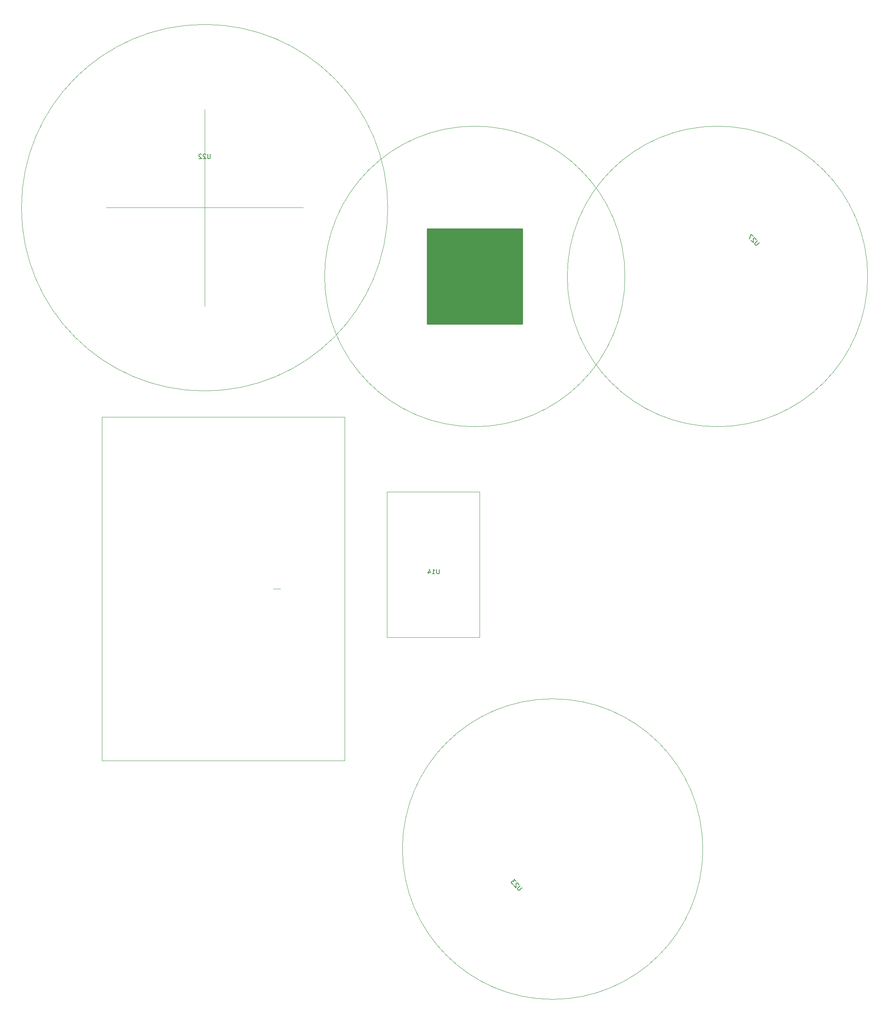
<source format=gbr>
%TF.GenerationSoftware,KiCad,Pcbnew,5.1.6-c6e7f7d~87~ubuntu19.10.1*%
%TF.CreationDate,2020-10-16T11:06:17+02:00*%
%TF.ProjectId,ariadne,61726961-646e-4652-9e6b-696361645f70,rev?*%
%TF.SameCoordinates,Original*%
%TF.FileFunction,Legend,Bot*%
%TF.FilePolarity,Positive*%
%FSLAX46Y46*%
G04 Gerber Fmt 4.6, Leading zero omitted, Abs format (unit mm)*
G04 Created by KiCad (PCBNEW 5.1.6-c6e7f7d~87~ubuntu19.10.1) date 2020-10-16 11:06:17*
%MOMM*%
%LPD*%
G01*
G04 APERTURE LIST*
%ADD10C,0.120000*%
%ADD11C,0.150000*%
%ADD12C,0.254000*%
G04 APERTURE END LIST*
D10*
%TO.C,U23*%
X217799999Y-207000000D02*
G75*
G03*
X217799999Y-207000000I-32799999J0D01*
G01*
%TO.C,U22*%
X109000000Y-88500000D02*
X109000000Y-45500000D01*
X87500000Y-67000000D02*
X130500000Y-67000000D01*
X149000000Y-67000000D02*
G75*
G03*
X149000000Y-67000000I-40000000J0D01*
G01*
%TO.C,U19*%
X200799999Y-82000000D02*
G75*
G03*
X200799999Y-82000000I-32799999J0D01*
G01*
%TO.C,U27*%
X253799999Y-82000000D02*
G75*
G03*
X253799999Y-82000000I-32799999J0D01*
G01*
%TO.C,U11*%
X86550000Y-112700000D02*
X139550000Y-112700000D01*
X86550000Y-187700000D02*
X139550000Y-187700000D01*
X125496000Y-150200000D02*
X123972000Y-150200000D01*
X139550000Y-187700000D02*
X139550000Y-112700000D01*
X86550000Y-187700000D02*
X86550000Y-112700000D01*
%TO.C,U14*%
X169075000Y-160800000D02*
X169075000Y-129000000D01*
X148775000Y-129000000D02*
X148775000Y-160800000D01*
X148775000Y-160800000D02*
X169075000Y-160800000D01*
X148775000Y-129000000D02*
X169075000Y-129000000D01*
%TO.C,U23*%
D11*
X178360065Y-215390865D02*
X177787645Y-215963285D01*
X177686630Y-215996956D01*
X177619287Y-215996956D01*
X177518271Y-215963285D01*
X177383584Y-215828598D01*
X177349913Y-215727582D01*
X177349913Y-215660239D01*
X177383584Y-215559224D01*
X177956004Y-214986804D01*
X177585615Y-214751102D02*
X177585615Y-214683758D01*
X177551943Y-214582743D01*
X177383584Y-214414384D01*
X177282569Y-214380712D01*
X177215226Y-214380712D01*
X177114210Y-214414384D01*
X177046867Y-214481728D01*
X176979523Y-214616415D01*
X176979523Y-215424537D01*
X176541791Y-214986804D01*
X177013195Y-214043995D02*
X176575462Y-213606262D01*
X176541791Y-214111338D01*
X176440775Y-214010323D01*
X176339760Y-213976651D01*
X176272417Y-213976651D01*
X176171401Y-214010323D01*
X176003043Y-214178682D01*
X175969371Y-214279697D01*
X175969371Y-214347041D01*
X176003043Y-214448056D01*
X176205073Y-214650086D01*
X176306088Y-214683758D01*
X176373432Y-214683758D01*
%TO.C,U22*%
X110238095Y-55276380D02*
X110238095Y-56085904D01*
X110190476Y-56181142D01*
X110142857Y-56228761D01*
X110047619Y-56276380D01*
X109857142Y-56276380D01*
X109761904Y-56228761D01*
X109714285Y-56181142D01*
X109666666Y-56085904D01*
X109666666Y-55276380D01*
X109238095Y-55371619D02*
X109190476Y-55324000D01*
X109095238Y-55276380D01*
X108857142Y-55276380D01*
X108761904Y-55324000D01*
X108714285Y-55371619D01*
X108666666Y-55466857D01*
X108666666Y-55562095D01*
X108714285Y-55704952D01*
X109285714Y-56276380D01*
X108666666Y-56276380D01*
X108285714Y-55371619D02*
X108238095Y-55324000D01*
X108142857Y-55276380D01*
X107904761Y-55276380D01*
X107809523Y-55324000D01*
X107761904Y-55371619D01*
X107714285Y-55466857D01*
X107714285Y-55562095D01*
X107761904Y-55704952D01*
X108333333Y-56276380D01*
X107714285Y-56276380D01*
%TO.C,U19*%
X177165315Y-74585615D02*
X176592895Y-75158035D01*
X176491880Y-75191706D01*
X176424537Y-75191706D01*
X176323521Y-75158035D01*
X176188834Y-75023348D01*
X176155163Y-74922332D01*
X176155163Y-74854989D01*
X176188834Y-74753974D01*
X176761254Y-74181554D01*
X175347041Y-74181554D02*
X175751102Y-74585615D01*
X175549071Y-74383584D02*
X176256178Y-73676478D01*
X176222506Y-73844836D01*
X176222506Y-73979523D01*
X176256178Y-74080539D01*
X175010323Y-73844836D02*
X174875636Y-73710149D01*
X174841964Y-73609134D01*
X174841964Y-73541791D01*
X174875636Y-73373432D01*
X174976651Y-73205073D01*
X175246025Y-72935699D01*
X175347041Y-72902027D01*
X175414384Y-72902027D01*
X175515399Y-72935699D01*
X175650086Y-73070386D01*
X175683758Y-73171401D01*
X175683758Y-73238745D01*
X175650086Y-73339760D01*
X175481728Y-73508119D01*
X175380712Y-73541791D01*
X175313369Y-73541791D01*
X175212354Y-73508119D01*
X175077667Y-73373432D01*
X175043995Y-73272417D01*
X175043995Y-73205073D01*
X175077667Y-73104058D01*
%TO.C,U27*%
X230165315Y-74585615D02*
X229592895Y-75158035D01*
X229491880Y-75191706D01*
X229424537Y-75191706D01*
X229323521Y-75158035D01*
X229188834Y-75023348D01*
X229155163Y-74922332D01*
X229155163Y-74854989D01*
X229188834Y-74753974D01*
X229761254Y-74181554D01*
X229390865Y-73945852D02*
X229390865Y-73878508D01*
X229357193Y-73777493D01*
X229188834Y-73609134D01*
X229087819Y-73575462D01*
X229020476Y-73575462D01*
X228919460Y-73609134D01*
X228852117Y-73676478D01*
X228784773Y-73811165D01*
X228784773Y-74619287D01*
X228347041Y-74181554D01*
X228818445Y-73238745D02*
X228347041Y-72767340D01*
X227942980Y-73777493D01*
%TO.C,U14*%
X160263095Y-145927380D02*
X160263095Y-146736904D01*
X160215476Y-146832142D01*
X160167857Y-146879761D01*
X160072619Y-146927380D01*
X159882142Y-146927380D01*
X159786904Y-146879761D01*
X159739285Y-146832142D01*
X159691666Y-146736904D01*
X159691666Y-145927380D01*
X158691666Y-146927380D02*
X159263095Y-146927380D01*
X158977380Y-146927380D02*
X158977380Y-145927380D01*
X159072619Y-146070238D01*
X159167857Y-146165476D01*
X159263095Y-146213095D01*
X157834523Y-146260714D02*
X157834523Y-146927380D01*
X158072619Y-145879761D02*
X158310714Y-146594047D01*
X157691666Y-146594047D01*
%TD*%
D12*
G36*
X178373000Y-92373000D02*
G01*
X157627000Y-92373000D01*
X157627000Y-71627000D01*
X178373000Y-71627000D01*
X178373000Y-92373000D01*
G37*
X178373000Y-92373000D02*
X157627000Y-92373000D01*
X157627000Y-71627000D01*
X178373000Y-71627000D01*
X178373000Y-92373000D01*
M02*

</source>
